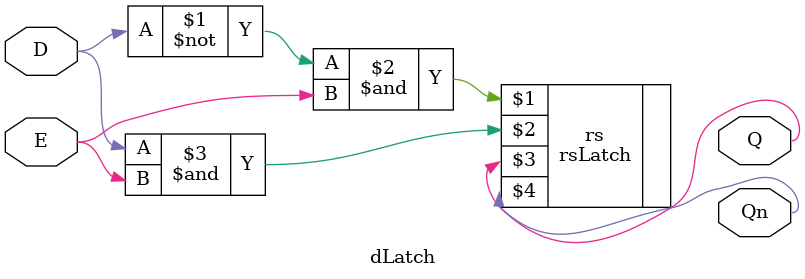
<source format=v>
`timescale 1ns / 1ps
module dLatch(
    input D,
    input E,
    output Q,
	 output Qn
    );
	 
	 rsLatch rs(~D&E, D&E, Q, Qn);
		
endmodule

</source>
